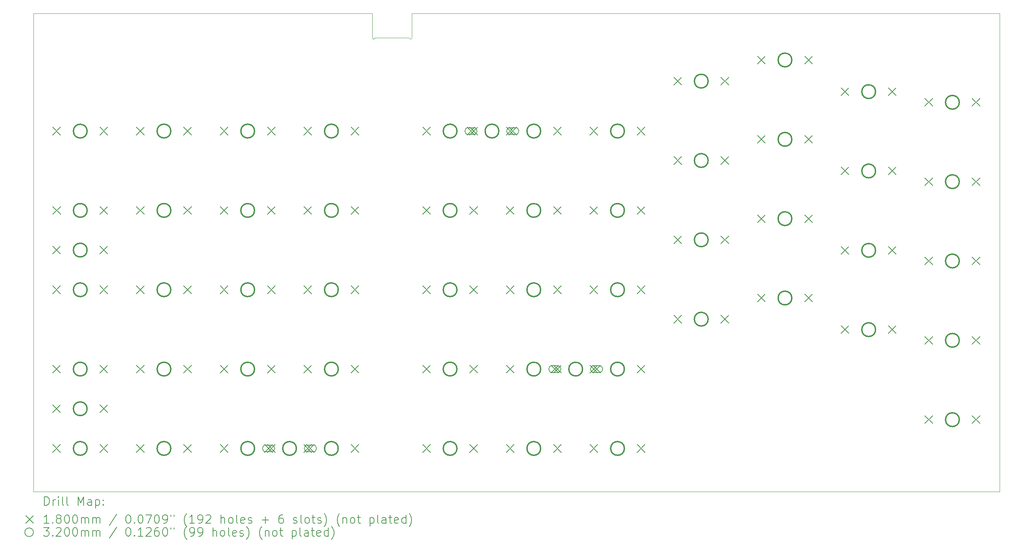
<source format=gbr>
%FSLAX45Y45*%
G04 Gerber Fmt 4.5, Leading zero omitted, Abs format (unit mm)*
G04 Created by KiCad (PCBNEW (6.0.1)) date 2022-05-08 14:53:27*
%MOMM*%
%LPD*%
G01*
G04 APERTURE LIST*
%TA.AperFunction,Profile*%
%ADD10C,0.100000*%
%TD*%
%ADD11C,0.200000*%
%ADD12C,0.180000*%
%ADD13C,0.320000*%
G04 APERTURE END LIST*
D10*
X32500000Y-20660000D02*
X32500000Y-9510000D01*
X17955000Y-10078250D02*
X18745000Y-10078250D01*
X18753000Y-10086250D02*
G75*
G03*
X18812000Y-10078250I29005J7648D01*
G01*
X17888000Y-9508250D02*
X10000000Y-9510000D01*
X10000000Y-9510000D02*
X10000000Y-20660000D01*
X18753000Y-10086250D02*
G75*
G03*
X18745000Y-10078250I-7904J96D01*
G01*
X17955000Y-10078250D02*
G75*
G03*
X17947000Y-10086250I113J-8113D01*
G01*
X17888000Y-9508250D02*
X17888000Y-10078250D01*
X18812000Y-9508250D02*
X18812000Y-10078250D01*
X10000000Y-20660000D02*
X32500000Y-20660000D01*
X17888000Y-10078250D02*
G75*
G03*
X17947000Y-10086250I29699J-2532D01*
G01*
X32500000Y-9510000D02*
X18812000Y-9508250D01*
D11*
D12*
X10445884Y-12161000D02*
X10625884Y-12341000D01*
X10625884Y-12161000D02*
X10445884Y-12341000D01*
X10445884Y-12161000D02*
X10625884Y-12341000D01*
X10625884Y-12161000D02*
X10445884Y-12341000D01*
X10445884Y-14935000D02*
X10625884Y-15115000D01*
X10625884Y-14935000D02*
X10445884Y-15115000D01*
X10445884Y-15860000D02*
X10625884Y-16040000D01*
X10625884Y-15860000D02*
X10445884Y-16040000D01*
X10445884Y-17710000D02*
X10625884Y-17890000D01*
X10625884Y-17710000D02*
X10445884Y-17890000D01*
X10445884Y-18635000D02*
X10625884Y-18815000D01*
X10625884Y-18635000D02*
X10445884Y-18815000D01*
X10445884Y-19560000D02*
X10625884Y-19740000D01*
X10625884Y-19560000D02*
X10445884Y-19740000D01*
X10446884Y-14010000D02*
X10626884Y-14190000D01*
X10626884Y-14010000D02*
X10446884Y-14190000D01*
X11545884Y-12161000D02*
X11725884Y-12341000D01*
X11725884Y-12161000D02*
X11545884Y-12341000D01*
X11545884Y-12161000D02*
X11725884Y-12341000D01*
X11725884Y-12161000D02*
X11545884Y-12341000D01*
X11545884Y-14935000D02*
X11725884Y-15115000D01*
X11725884Y-14935000D02*
X11545884Y-15115000D01*
X11545884Y-15860000D02*
X11725884Y-16040000D01*
X11725884Y-15860000D02*
X11545884Y-16040000D01*
X11545884Y-17710000D02*
X11725884Y-17890000D01*
X11725884Y-17710000D02*
X11545884Y-17890000D01*
X11545884Y-18635000D02*
X11725884Y-18815000D01*
X11725884Y-18635000D02*
X11545884Y-18815000D01*
X11545884Y-19560000D02*
X11725884Y-19740000D01*
X11725884Y-19560000D02*
X11545884Y-19740000D01*
X11546884Y-14010000D02*
X11726884Y-14190000D01*
X11726884Y-14010000D02*
X11546884Y-14190000D01*
X12395884Y-12160000D02*
X12575884Y-12340000D01*
X12575884Y-12160000D02*
X12395884Y-12340000D01*
X12395884Y-12160000D02*
X12575884Y-12340000D01*
X12575884Y-12160000D02*
X12395884Y-12340000D01*
X12395884Y-14010000D02*
X12575884Y-14190000D01*
X12575884Y-14010000D02*
X12395884Y-14190000D01*
X12395884Y-14010000D02*
X12575884Y-14190000D01*
X12575884Y-14010000D02*
X12395884Y-14190000D01*
X12395884Y-15860000D02*
X12575884Y-16040000D01*
X12575884Y-15860000D02*
X12395884Y-16040000D01*
X12395884Y-15860000D02*
X12575884Y-16040000D01*
X12575884Y-15860000D02*
X12395884Y-16040000D01*
X12395884Y-17710000D02*
X12575884Y-17890000D01*
X12575884Y-17710000D02*
X12395884Y-17890000D01*
X12395884Y-17710000D02*
X12575884Y-17890000D01*
X12575884Y-17710000D02*
X12395884Y-17890000D01*
X12395884Y-19560000D02*
X12575884Y-19740000D01*
X12575884Y-19560000D02*
X12395884Y-19740000D01*
X12395884Y-19560000D02*
X12575884Y-19740000D01*
X12575884Y-19560000D02*
X12395884Y-19740000D01*
X13495884Y-12160000D02*
X13675884Y-12340000D01*
X13675884Y-12160000D02*
X13495884Y-12340000D01*
X13495884Y-12160000D02*
X13675884Y-12340000D01*
X13675884Y-12160000D02*
X13495884Y-12340000D01*
X13495884Y-14010000D02*
X13675884Y-14190000D01*
X13675884Y-14010000D02*
X13495884Y-14190000D01*
X13495884Y-14010000D02*
X13675884Y-14190000D01*
X13675884Y-14010000D02*
X13495884Y-14190000D01*
X13495884Y-15860000D02*
X13675884Y-16040000D01*
X13675884Y-15860000D02*
X13495884Y-16040000D01*
X13495884Y-15860000D02*
X13675884Y-16040000D01*
X13675884Y-15860000D02*
X13495884Y-16040000D01*
X13495884Y-17710000D02*
X13675884Y-17890000D01*
X13675884Y-17710000D02*
X13495884Y-17890000D01*
X13495884Y-17710000D02*
X13675884Y-17890000D01*
X13675884Y-17710000D02*
X13495884Y-17890000D01*
X13495884Y-19560000D02*
X13675884Y-19740000D01*
X13675884Y-19560000D02*
X13495884Y-19740000D01*
X13495884Y-19560000D02*
X13675884Y-19740000D01*
X13675884Y-19560000D02*
X13495884Y-19740000D01*
X14345884Y-12160000D02*
X14525884Y-12340000D01*
X14525884Y-12160000D02*
X14345884Y-12340000D01*
X14345884Y-12160000D02*
X14525884Y-12340000D01*
X14525884Y-12160000D02*
X14345884Y-12340000D01*
X14345884Y-14010000D02*
X14525884Y-14190000D01*
X14525884Y-14010000D02*
X14345884Y-14190000D01*
X14345884Y-14010000D02*
X14525884Y-14190000D01*
X14525884Y-14010000D02*
X14345884Y-14190000D01*
X14345884Y-15860000D02*
X14525884Y-16040000D01*
X14525884Y-15860000D02*
X14345884Y-16040000D01*
X14345884Y-15860000D02*
X14525884Y-16040000D01*
X14525884Y-15860000D02*
X14345884Y-16040000D01*
X14345884Y-17710000D02*
X14525884Y-17890000D01*
X14525884Y-17710000D02*
X14345884Y-17890000D01*
X14345884Y-17710000D02*
X14525884Y-17890000D01*
X14525884Y-17710000D02*
X14345884Y-17890000D01*
X14345884Y-19560000D02*
X14525884Y-19740000D01*
X14525884Y-19560000D02*
X14345884Y-19740000D01*
X15383384Y-19560000D02*
X15563384Y-19740000D01*
X15563384Y-19560000D02*
X15383384Y-19740000D01*
D11*
X15410884Y-19730000D02*
X15535884Y-19730000D01*
X15410884Y-19570000D02*
X15535884Y-19570000D01*
X15535884Y-19730000D02*
G75*
G03*
X15535884Y-19570000I0J80000D01*
G01*
X15410884Y-19570000D02*
G75*
G03*
X15410884Y-19730000I0J-80000D01*
G01*
D12*
X15445884Y-12160000D02*
X15625884Y-12340000D01*
X15625884Y-12160000D02*
X15445884Y-12340000D01*
X15445884Y-12160000D02*
X15625884Y-12340000D01*
X15625884Y-12160000D02*
X15445884Y-12340000D01*
X15445884Y-14010000D02*
X15625884Y-14190000D01*
X15625884Y-14010000D02*
X15445884Y-14190000D01*
X15445884Y-14010000D02*
X15625884Y-14190000D01*
X15625884Y-14010000D02*
X15445884Y-14190000D01*
X15445884Y-15860000D02*
X15625884Y-16040000D01*
X15625884Y-15860000D02*
X15445884Y-16040000D01*
X15445884Y-15860000D02*
X15625884Y-16040000D01*
X15625884Y-15860000D02*
X15445884Y-16040000D01*
X15445884Y-17710000D02*
X15625884Y-17890000D01*
X15625884Y-17710000D02*
X15445884Y-17890000D01*
X15445884Y-17710000D02*
X15625884Y-17890000D01*
X15625884Y-17710000D02*
X15445884Y-17890000D01*
X15445884Y-19560000D02*
X15625884Y-19740000D01*
X15625884Y-19560000D02*
X15445884Y-19740000D01*
X16295884Y-12160000D02*
X16475884Y-12340000D01*
X16475884Y-12160000D02*
X16295884Y-12340000D01*
X16295884Y-12160000D02*
X16475884Y-12340000D01*
X16475884Y-12160000D02*
X16295884Y-12340000D01*
X16295884Y-14010000D02*
X16475884Y-14190000D01*
X16475884Y-14010000D02*
X16295884Y-14190000D01*
X16295884Y-14010000D02*
X16475884Y-14190000D01*
X16475884Y-14010000D02*
X16295884Y-14190000D01*
X16295884Y-15860000D02*
X16475884Y-16040000D01*
X16475884Y-15860000D02*
X16295884Y-16040000D01*
X16295884Y-15860000D02*
X16475884Y-16040000D01*
X16475884Y-15860000D02*
X16295884Y-16040000D01*
X16295884Y-17710000D02*
X16475884Y-17890000D01*
X16475884Y-17710000D02*
X16295884Y-17890000D01*
X16295884Y-17710000D02*
X16475884Y-17890000D01*
X16475884Y-17710000D02*
X16295884Y-17890000D01*
X16295884Y-19560000D02*
X16475884Y-19740000D01*
X16475884Y-19560000D02*
X16295884Y-19740000D01*
X16355884Y-19560000D02*
X16535884Y-19740000D01*
X16535884Y-19560000D02*
X16355884Y-19740000D01*
D11*
X16383384Y-19730000D02*
X16508384Y-19730000D01*
X16383384Y-19570000D02*
X16508384Y-19570000D01*
X16508384Y-19730000D02*
G75*
G03*
X16508384Y-19570000I0J80000D01*
G01*
X16383384Y-19570000D02*
G75*
G03*
X16383384Y-19730000I0J-80000D01*
G01*
D12*
X17395884Y-12160000D02*
X17575884Y-12340000D01*
X17575884Y-12160000D02*
X17395884Y-12340000D01*
X17395884Y-12160000D02*
X17575884Y-12340000D01*
X17575884Y-12160000D02*
X17395884Y-12340000D01*
X17395884Y-14010000D02*
X17575884Y-14190000D01*
X17575884Y-14010000D02*
X17395884Y-14190000D01*
X17395884Y-14010000D02*
X17575884Y-14190000D01*
X17575884Y-14010000D02*
X17395884Y-14190000D01*
X17395884Y-15860000D02*
X17575884Y-16040000D01*
X17575884Y-15860000D02*
X17395884Y-16040000D01*
X17395884Y-15860000D02*
X17575884Y-16040000D01*
X17575884Y-15860000D02*
X17395884Y-16040000D01*
X17395884Y-17710000D02*
X17575884Y-17890000D01*
X17575884Y-17710000D02*
X17395884Y-17890000D01*
X17395884Y-17710000D02*
X17575884Y-17890000D01*
X17575884Y-17710000D02*
X17395884Y-17890000D01*
X17395884Y-19560000D02*
X17575884Y-19740000D01*
X17575884Y-19560000D02*
X17395884Y-19740000D01*
X19060000Y-12160000D02*
X19240000Y-12340000D01*
X19240000Y-12160000D02*
X19060000Y-12340000D01*
X19060000Y-14010000D02*
X19240000Y-14190000D01*
X19240000Y-14010000D02*
X19060000Y-14190000D01*
X19060000Y-14010000D02*
X19240000Y-14190000D01*
X19240000Y-14010000D02*
X19060000Y-14190000D01*
X19060000Y-15860000D02*
X19240000Y-16040000D01*
X19240000Y-15860000D02*
X19060000Y-16040000D01*
X19060000Y-15860000D02*
X19240000Y-16040000D01*
X19240000Y-15860000D02*
X19060000Y-16040000D01*
X19060000Y-17710000D02*
X19240000Y-17890000D01*
X19240000Y-17710000D02*
X19060000Y-17890000D01*
X19060000Y-17710000D02*
X19240000Y-17890000D01*
X19240000Y-17710000D02*
X19060000Y-17890000D01*
X19060000Y-19560000D02*
X19240000Y-19740000D01*
X19240000Y-19560000D02*
X19060000Y-19740000D01*
X19060000Y-19560000D02*
X19240000Y-19740000D01*
X19240000Y-19560000D02*
X19060000Y-19740000D01*
X20097500Y-12160000D02*
X20277500Y-12340000D01*
X20277500Y-12160000D02*
X20097500Y-12340000D01*
D11*
X20125000Y-12330000D02*
X20250000Y-12330000D01*
X20125000Y-12170000D02*
X20250000Y-12170000D01*
X20250000Y-12330000D02*
G75*
G03*
X20250000Y-12170000I0J80000D01*
G01*
X20125000Y-12170000D02*
G75*
G03*
X20125000Y-12330000I0J-80000D01*
G01*
D12*
X20160000Y-12160000D02*
X20340000Y-12340000D01*
X20340000Y-12160000D02*
X20160000Y-12340000D01*
X20160000Y-14010000D02*
X20340000Y-14190000D01*
X20340000Y-14010000D02*
X20160000Y-14190000D01*
X20160000Y-14010000D02*
X20340000Y-14190000D01*
X20340000Y-14010000D02*
X20160000Y-14190000D01*
X20160000Y-15860000D02*
X20340000Y-16040000D01*
X20340000Y-15860000D02*
X20160000Y-16040000D01*
X20160000Y-15860000D02*
X20340000Y-16040000D01*
X20340000Y-15860000D02*
X20160000Y-16040000D01*
X20160000Y-17710000D02*
X20340000Y-17890000D01*
X20340000Y-17710000D02*
X20160000Y-17890000D01*
X20160000Y-17710000D02*
X20340000Y-17890000D01*
X20340000Y-17710000D02*
X20160000Y-17890000D01*
X20160000Y-19560000D02*
X20340000Y-19740000D01*
X20340000Y-19560000D02*
X20160000Y-19740000D01*
X20160000Y-19560000D02*
X20340000Y-19740000D01*
X20340000Y-19560000D02*
X20160000Y-19740000D01*
X21010000Y-12160000D02*
X21190000Y-12340000D01*
X21190000Y-12160000D02*
X21010000Y-12340000D01*
X21010000Y-14010000D02*
X21190000Y-14190000D01*
X21190000Y-14010000D02*
X21010000Y-14190000D01*
X21010000Y-14010000D02*
X21190000Y-14190000D01*
X21190000Y-14010000D02*
X21010000Y-14190000D01*
X21010000Y-15860000D02*
X21190000Y-16040000D01*
X21190000Y-15860000D02*
X21010000Y-16040000D01*
X21010000Y-15860000D02*
X21190000Y-16040000D01*
X21190000Y-15860000D02*
X21010000Y-16040000D01*
X21010000Y-17710000D02*
X21190000Y-17890000D01*
X21190000Y-17710000D02*
X21010000Y-17890000D01*
X21010000Y-19560000D02*
X21190000Y-19740000D01*
X21190000Y-19560000D02*
X21010000Y-19740000D01*
X21010000Y-19560000D02*
X21190000Y-19740000D01*
X21190000Y-19560000D02*
X21010000Y-19740000D01*
X21070000Y-12160000D02*
X21250000Y-12340000D01*
X21250000Y-12160000D02*
X21070000Y-12340000D01*
D11*
X21097500Y-12330000D02*
X21222500Y-12330000D01*
X21097500Y-12170000D02*
X21222500Y-12170000D01*
X21222500Y-12330000D02*
G75*
G03*
X21222500Y-12170000I0J80000D01*
G01*
X21097500Y-12170000D02*
G75*
G03*
X21097500Y-12330000I0J-80000D01*
G01*
D12*
X22050000Y-17710000D02*
X22230000Y-17890000D01*
X22230000Y-17710000D02*
X22050000Y-17890000D01*
D11*
X22202500Y-17720000D02*
X22077500Y-17720000D01*
X22202500Y-17880000D02*
X22077500Y-17880000D01*
X22077500Y-17720000D02*
G75*
G03*
X22077500Y-17880000I0J-80000D01*
G01*
X22202500Y-17880000D02*
G75*
G03*
X22202500Y-17720000I0J80000D01*
G01*
D12*
X22110000Y-12160000D02*
X22290000Y-12340000D01*
X22290000Y-12160000D02*
X22110000Y-12340000D01*
X22110000Y-14010000D02*
X22290000Y-14190000D01*
X22290000Y-14010000D02*
X22110000Y-14190000D01*
X22110000Y-14010000D02*
X22290000Y-14190000D01*
X22290000Y-14010000D02*
X22110000Y-14190000D01*
X22110000Y-15860000D02*
X22290000Y-16040000D01*
X22290000Y-15860000D02*
X22110000Y-16040000D01*
X22110000Y-15860000D02*
X22290000Y-16040000D01*
X22290000Y-15860000D02*
X22110000Y-16040000D01*
X22110000Y-17710000D02*
X22290000Y-17890000D01*
X22290000Y-17710000D02*
X22110000Y-17890000D01*
X22110000Y-19560000D02*
X22290000Y-19740000D01*
X22290000Y-19560000D02*
X22110000Y-19740000D01*
X22110000Y-19560000D02*
X22290000Y-19740000D01*
X22290000Y-19560000D02*
X22110000Y-19740000D01*
X22960000Y-12160000D02*
X23140000Y-12340000D01*
X23140000Y-12160000D02*
X22960000Y-12340000D01*
X22960000Y-12160000D02*
X23140000Y-12340000D01*
X23140000Y-12160000D02*
X22960000Y-12340000D01*
X22960000Y-14010000D02*
X23140000Y-14190000D01*
X23140000Y-14010000D02*
X22960000Y-14190000D01*
X22960000Y-14010000D02*
X23140000Y-14190000D01*
X23140000Y-14010000D02*
X22960000Y-14190000D01*
X22960000Y-15860000D02*
X23140000Y-16040000D01*
X23140000Y-15860000D02*
X22960000Y-16040000D01*
X22960000Y-15860000D02*
X23140000Y-16040000D01*
X23140000Y-15860000D02*
X22960000Y-16040000D01*
X22960000Y-17710000D02*
X23140000Y-17890000D01*
X23140000Y-17710000D02*
X22960000Y-17890000D01*
X22960000Y-19560000D02*
X23140000Y-19740000D01*
X23140000Y-19560000D02*
X22960000Y-19740000D01*
X22960000Y-19560000D02*
X23140000Y-19740000D01*
X23140000Y-19560000D02*
X22960000Y-19740000D01*
X23022500Y-17710000D02*
X23202500Y-17890000D01*
X23202500Y-17710000D02*
X23022500Y-17890000D01*
D11*
X23175000Y-17720000D02*
X23050000Y-17720000D01*
X23175000Y-17880000D02*
X23050000Y-17880000D01*
X23050000Y-17720000D02*
G75*
G03*
X23050000Y-17880000I0J-80000D01*
G01*
X23175000Y-17880000D02*
G75*
G03*
X23175000Y-17720000I0J80000D01*
G01*
D12*
X24060000Y-12160000D02*
X24240000Y-12340000D01*
X24240000Y-12160000D02*
X24060000Y-12340000D01*
X24060000Y-12160000D02*
X24240000Y-12340000D01*
X24240000Y-12160000D02*
X24060000Y-12340000D01*
X24060000Y-14010000D02*
X24240000Y-14190000D01*
X24240000Y-14010000D02*
X24060000Y-14190000D01*
X24060000Y-14010000D02*
X24240000Y-14190000D01*
X24240000Y-14010000D02*
X24060000Y-14190000D01*
X24060000Y-15860000D02*
X24240000Y-16040000D01*
X24240000Y-15860000D02*
X24060000Y-16040000D01*
X24060000Y-15860000D02*
X24240000Y-16040000D01*
X24240000Y-15860000D02*
X24060000Y-16040000D01*
X24060000Y-17710000D02*
X24240000Y-17890000D01*
X24240000Y-17710000D02*
X24060000Y-17890000D01*
X24060000Y-19560000D02*
X24240000Y-19740000D01*
X24240000Y-19560000D02*
X24060000Y-19740000D01*
X24060000Y-19560000D02*
X24240000Y-19740000D01*
X24240000Y-19560000D02*
X24060000Y-19740000D01*
X24910000Y-10995861D02*
X25090000Y-11175861D01*
X25090000Y-10995861D02*
X24910000Y-11175861D01*
X24910000Y-10995861D02*
X25090000Y-11175861D01*
X25090000Y-10995861D02*
X24910000Y-11175861D01*
X24910000Y-12845861D02*
X25090000Y-13025861D01*
X25090000Y-12845861D02*
X24910000Y-13025861D01*
X24910000Y-12845861D02*
X25090000Y-13025861D01*
X25090000Y-12845861D02*
X24910000Y-13025861D01*
X24910000Y-14695861D02*
X25090000Y-14875861D01*
X25090000Y-14695861D02*
X24910000Y-14875861D01*
X24910000Y-14695861D02*
X25090000Y-14875861D01*
X25090000Y-14695861D02*
X24910000Y-14875861D01*
X24910000Y-16545861D02*
X25090000Y-16725861D01*
X25090000Y-16545861D02*
X24910000Y-16725861D01*
X24910000Y-16545861D02*
X25090000Y-16725861D01*
X25090000Y-16545861D02*
X24910000Y-16725861D01*
X26010000Y-10995861D02*
X26190000Y-11175861D01*
X26190000Y-10995861D02*
X26010000Y-11175861D01*
X26010000Y-10995861D02*
X26190000Y-11175861D01*
X26190000Y-10995861D02*
X26010000Y-11175861D01*
X26010000Y-12845861D02*
X26190000Y-13025861D01*
X26190000Y-12845861D02*
X26010000Y-13025861D01*
X26010000Y-12845861D02*
X26190000Y-13025861D01*
X26190000Y-12845861D02*
X26010000Y-13025861D01*
X26010000Y-14695861D02*
X26190000Y-14875861D01*
X26190000Y-14695861D02*
X26010000Y-14875861D01*
X26010000Y-14695861D02*
X26190000Y-14875861D01*
X26190000Y-14695861D02*
X26010000Y-14875861D01*
X26010000Y-16545861D02*
X26190000Y-16725861D01*
X26190000Y-16545861D02*
X26010000Y-16725861D01*
X26010000Y-16545861D02*
X26190000Y-16725861D01*
X26190000Y-16545861D02*
X26010000Y-16725861D01*
X26860000Y-10502638D02*
X27040000Y-10682638D01*
X27040000Y-10502638D02*
X26860000Y-10682638D01*
X26860000Y-10502638D02*
X27040000Y-10682638D01*
X27040000Y-10502638D02*
X26860000Y-10682638D01*
X26860000Y-12352638D02*
X27040000Y-12532638D01*
X27040000Y-12352638D02*
X26860000Y-12532638D01*
X26860000Y-12352638D02*
X27040000Y-12532638D01*
X27040000Y-12352638D02*
X26860000Y-12532638D01*
X26860000Y-14202638D02*
X27040000Y-14382638D01*
X27040000Y-14202638D02*
X26860000Y-14382638D01*
X26860000Y-14202638D02*
X27040000Y-14382638D01*
X27040000Y-14202638D02*
X26860000Y-14382638D01*
X26860000Y-16052638D02*
X27040000Y-16232638D01*
X27040000Y-16052638D02*
X26860000Y-16232638D01*
X26860000Y-16052638D02*
X27040000Y-16232638D01*
X27040000Y-16052638D02*
X26860000Y-16232638D01*
X27960000Y-10502638D02*
X28140000Y-10682638D01*
X28140000Y-10502638D02*
X27960000Y-10682638D01*
X27960000Y-10502638D02*
X28140000Y-10682638D01*
X28140000Y-10502638D02*
X27960000Y-10682638D01*
X27960000Y-12352638D02*
X28140000Y-12532638D01*
X28140000Y-12352638D02*
X27960000Y-12532638D01*
X27960000Y-12352638D02*
X28140000Y-12532638D01*
X28140000Y-12352638D02*
X27960000Y-12532638D01*
X27960000Y-14202638D02*
X28140000Y-14382638D01*
X28140000Y-14202638D02*
X27960000Y-14382638D01*
X27960000Y-14202638D02*
X28140000Y-14382638D01*
X28140000Y-14202638D02*
X27960000Y-14382638D01*
X27960000Y-16052638D02*
X28140000Y-16232638D01*
X28140000Y-16052638D02*
X27960000Y-16232638D01*
X27960000Y-16052638D02*
X28140000Y-16232638D01*
X28140000Y-16052638D02*
X27960000Y-16232638D01*
X28810000Y-11240406D02*
X28990000Y-11420406D01*
X28990000Y-11240406D02*
X28810000Y-11420406D01*
X28810000Y-11240406D02*
X28990000Y-11420406D01*
X28990000Y-11240406D02*
X28810000Y-11420406D01*
X28810000Y-13090406D02*
X28990000Y-13270406D01*
X28990000Y-13090406D02*
X28810000Y-13270406D01*
X28810000Y-13090406D02*
X28990000Y-13270406D01*
X28990000Y-13090406D02*
X28810000Y-13270406D01*
X28810000Y-14940406D02*
X28990000Y-15120406D01*
X28990000Y-14940406D02*
X28810000Y-15120406D01*
X28810000Y-14940406D02*
X28990000Y-15120406D01*
X28990000Y-14940406D02*
X28810000Y-15120406D01*
X28810000Y-16790406D02*
X28990000Y-16970406D01*
X28990000Y-16790406D02*
X28810000Y-16970406D01*
X28810000Y-16790406D02*
X28990000Y-16970406D01*
X28990000Y-16790406D02*
X28810000Y-16970406D01*
X29910000Y-11240406D02*
X30090000Y-11420406D01*
X30090000Y-11240406D02*
X29910000Y-11420406D01*
X29910000Y-11240406D02*
X30090000Y-11420406D01*
X30090000Y-11240406D02*
X29910000Y-11420406D01*
X29910000Y-13090406D02*
X30090000Y-13270406D01*
X30090000Y-13090406D02*
X29910000Y-13270406D01*
X29910000Y-13090406D02*
X30090000Y-13270406D01*
X30090000Y-13090406D02*
X29910000Y-13270406D01*
X29910000Y-14940406D02*
X30090000Y-15120406D01*
X30090000Y-14940406D02*
X29910000Y-15120406D01*
X29910000Y-14940406D02*
X30090000Y-15120406D01*
X30090000Y-14940406D02*
X29910000Y-15120406D01*
X29910000Y-16790406D02*
X30090000Y-16970406D01*
X30090000Y-16790406D02*
X29910000Y-16970406D01*
X29910000Y-16790406D02*
X30090000Y-16970406D01*
X30090000Y-16790406D02*
X29910000Y-16970406D01*
X30760000Y-11489142D02*
X30940000Y-11669142D01*
X30940000Y-11489142D02*
X30760000Y-11669142D01*
X30760000Y-11489142D02*
X30940000Y-11669142D01*
X30940000Y-11489142D02*
X30760000Y-11669142D01*
X30760000Y-13339142D02*
X30940000Y-13519142D01*
X30940000Y-13339142D02*
X30760000Y-13519142D01*
X30760000Y-13339142D02*
X30940000Y-13519142D01*
X30940000Y-13339142D02*
X30760000Y-13519142D01*
X30760000Y-15189142D02*
X30940000Y-15369142D01*
X30940000Y-15189142D02*
X30760000Y-15369142D01*
X30760000Y-15189142D02*
X30940000Y-15369142D01*
X30940000Y-15189142D02*
X30760000Y-15369142D01*
X30760000Y-17039142D02*
X30940000Y-17219142D01*
X30940000Y-17039142D02*
X30760000Y-17219142D01*
X30760000Y-17039142D02*
X30940000Y-17219142D01*
X30940000Y-17039142D02*
X30760000Y-17219142D01*
X30760000Y-18889142D02*
X30940000Y-19069142D01*
X30940000Y-18889142D02*
X30760000Y-19069142D01*
X30760000Y-18889142D02*
X30940000Y-19069142D01*
X30940000Y-18889142D02*
X30760000Y-19069142D01*
X31860000Y-11489142D02*
X32040000Y-11669142D01*
X32040000Y-11489142D02*
X31860000Y-11669142D01*
X31860000Y-11489142D02*
X32040000Y-11669142D01*
X32040000Y-11489142D02*
X31860000Y-11669142D01*
X31860000Y-13339142D02*
X32040000Y-13519142D01*
X32040000Y-13339142D02*
X31860000Y-13519142D01*
X31860000Y-13339142D02*
X32040000Y-13519142D01*
X32040000Y-13339142D02*
X31860000Y-13519142D01*
X31860000Y-15189142D02*
X32040000Y-15369142D01*
X32040000Y-15189142D02*
X31860000Y-15369142D01*
X31860000Y-15189142D02*
X32040000Y-15369142D01*
X32040000Y-15189142D02*
X31860000Y-15369142D01*
X31860000Y-17039142D02*
X32040000Y-17219142D01*
X32040000Y-17039142D02*
X31860000Y-17219142D01*
X31860000Y-17039142D02*
X32040000Y-17219142D01*
X32040000Y-17039142D02*
X31860000Y-17219142D01*
X31860000Y-18889142D02*
X32040000Y-19069142D01*
X32040000Y-18889142D02*
X31860000Y-19069142D01*
X31860000Y-18889142D02*
X32040000Y-19069142D01*
X32040000Y-18889142D02*
X31860000Y-19069142D01*
D13*
X11245884Y-12251000D02*
G75*
G03*
X11245884Y-12251000I-160000J0D01*
G01*
X11245884Y-12251000D02*
G75*
G03*
X11245884Y-12251000I-160000J0D01*
G01*
X11245884Y-15025000D02*
G75*
G03*
X11245884Y-15025000I-160000J0D01*
G01*
X11245884Y-15950000D02*
G75*
G03*
X11245884Y-15950000I-160000J0D01*
G01*
X11245884Y-17800000D02*
G75*
G03*
X11245884Y-17800000I-160000J0D01*
G01*
X11245884Y-18725000D02*
G75*
G03*
X11245884Y-18725000I-160000J0D01*
G01*
X11245884Y-19650000D02*
G75*
G03*
X11245884Y-19650000I-160000J0D01*
G01*
X11246884Y-14100000D02*
G75*
G03*
X11246884Y-14100000I-160000J0D01*
G01*
X13195884Y-12250000D02*
G75*
G03*
X13195884Y-12250000I-160000J0D01*
G01*
X13195884Y-12250000D02*
G75*
G03*
X13195884Y-12250000I-160000J0D01*
G01*
X13195884Y-14100000D02*
G75*
G03*
X13195884Y-14100000I-160000J0D01*
G01*
X13195884Y-14100000D02*
G75*
G03*
X13195884Y-14100000I-160000J0D01*
G01*
X13195884Y-15950000D02*
G75*
G03*
X13195884Y-15950000I-160000J0D01*
G01*
X13195884Y-15950000D02*
G75*
G03*
X13195884Y-15950000I-160000J0D01*
G01*
X13195884Y-17800000D02*
G75*
G03*
X13195884Y-17800000I-160000J0D01*
G01*
X13195884Y-17800000D02*
G75*
G03*
X13195884Y-17800000I-160000J0D01*
G01*
X13195884Y-19650000D02*
G75*
G03*
X13195884Y-19650000I-160000J0D01*
G01*
X13195884Y-19650000D02*
G75*
G03*
X13195884Y-19650000I-160000J0D01*
G01*
X15145884Y-12250000D02*
G75*
G03*
X15145884Y-12250000I-160000J0D01*
G01*
X15145884Y-12250000D02*
G75*
G03*
X15145884Y-12250000I-160000J0D01*
G01*
X15145884Y-14100000D02*
G75*
G03*
X15145884Y-14100000I-160000J0D01*
G01*
X15145884Y-14100000D02*
G75*
G03*
X15145884Y-14100000I-160000J0D01*
G01*
X15145884Y-15950000D02*
G75*
G03*
X15145884Y-15950000I-160000J0D01*
G01*
X15145884Y-15950000D02*
G75*
G03*
X15145884Y-15950000I-160000J0D01*
G01*
X15145884Y-17800000D02*
G75*
G03*
X15145884Y-17800000I-160000J0D01*
G01*
X15145884Y-17800000D02*
G75*
G03*
X15145884Y-17800000I-160000J0D01*
G01*
X15145884Y-19650000D02*
G75*
G03*
X15145884Y-19650000I-160000J0D01*
G01*
X16120884Y-19650000D02*
G75*
G03*
X16120884Y-19650000I-160000J0D01*
G01*
X17095884Y-12250000D02*
G75*
G03*
X17095884Y-12250000I-160000J0D01*
G01*
X17095884Y-12250000D02*
G75*
G03*
X17095884Y-12250000I-160000J0D01*
G01*
X17095884Y-14100000D02*
G75*
G03*
X17095884Y-14100000I-160000J0D01*
G01*
X17095884Y-14100000D02*
G75*
G03*
X17095884Y-14100000I-160000J0D01*
G01*
X17095884Y-15950000D02*
G75*
G03*
X17095884Y-15950000I-160000J0D01*
G01*
X17095884Y-15950000D02*
G75*
G03*
X17095884Y-15950000I-160000J0D01*
G01*
X17095884Y-17800000D02*
G75*
G03*
X17095884Y-17800000I-160000J0D01*
G01*
X17095884Y-17800000D02*
G75*
G03*
X17095884Y-17800000I-160000J0D01*
G01*
X17095884Y-19650000D02*
G75*
G03*
X17095884Y-19650000I-160000J0D01*
G01*
X19860000Y-12250000D02*
G75*
G03*
X19860000Y-12250000I-160000J0D01*
G01*
X19860000Y-14100000D02*
G75*
G03*
X19860000Y-14100000I-160000J0D01*
G01*
X19860000Y-14100000D02*
G75*
G03*
X19860000Y-14100000I-160000J0D01*
G01*
X19860000Y-15950000D02*
G75*
G03*
X19860000Y-15950000I-160000J0D01*
G01*
X19860000Y-15950000D02*
G75*
G03*
X19860000Y-15950000I-160000J0D01*
G01*
X19860000Y-17800000D02*
G75*
G03*
X19860000Y-17800000I-160000J0D01*
G01*
X19860000Y-17800000D02*
G75*
G03*
X19860000Y-17800000I-160000J0D01*
G01*
X19860000Y-19650000D02*
G75*
G03*
X19860000Y-19650000I-160000J0D01*
G01*
X19860000Y-19650000D02*
G75*
G03*
X19860000Y-19650000I-160000J0D01*
G01*
X20835000Y-12250000D02*
G75*
G03*
X20835000Y-12250000I-160000J0D01*
G01*
X21810000Y-12250000D02*
G75*
G03*
X21810000Y-12250000I-160000J0D01*
G01*
X21810000Y-14100000D02*
G75*
G03*
X21810000Y-14100000I-160000J0D01*
G01*
X21810000Y-14100000D02*
G75*
G03*
X21810000Y-14100000I-160000J0D01*
G01*
X21810000Y-15950000D02*
G75*
G03*
X21810000Y-15950000I-160000J0D01*
G01*
X21810000Y-15950000D02*
G75*
G03*
X21810000Y-15950000I-160000J0D01*
G01*
X21810000Y-17800000D02*
G75*
G03*
X21810000Y-17800000I-160000J0D01*
G01*
X21810000Y-19650000D02*
G75*
G03*
X21810000Y-19650000I-160000J0D01*
G01*
X21810000Y-19650000D02*
G75*
G03*
X21810000Y-19650000I-160000J0D01*
G01*
X22785000Y-17800000D02*
G75*
G03*
X22785000Y-17800000I-160000J0D01*
G01*
X23760000Y-12250000D02*
G75*
G03*
X23760000Y-12250000I-160000J0D01*
G01*
X23760000Y-12250000D02*
G75*
G03*
X23760000Y-12250000I-160000J0D01*
G01*
X23760000Y-14100000D02*
G75*
G03*
X23760000Y-14100000I-160000J0D01*
G01*
X23760000Y-14100000D02*
G75*
G03*
X23760000Y-14100000I-160000J0D01*
G01*
X23760000Y-15950000D02*
G75*
G03*
X23760000Y-15950000I-160000J0D01*
G01*
X23760000Y-15950000D02*
G75*
G03*
X23760000Y-15950000I-160000J0D01*
G01*
X23760000Y-17800000D02*
G75*
G03*
X23760000Y-17800000I-160000J0D01*
G01*
X23760000Y-19650000D02*
G75*
G03*
X23760000Y-19650000I-160000J0D01*
G01*
X23760000Y-19650000D02*
G75*
G03*
X23760000Y-19650000I-160000J0D01*
G01*
X25710000Y-11085861D02*
G75*
G03*
X25710000Y-11085861I-160000J0D01*
G01*
X25710000Y-11085861D02*
G75*
G03*
X25710000Y-11085861I-160000J0D01*
G01*
X25710000Y-12935861D02*
G75*
G03*
X25710000Y-12935861I-160000J0D01*
G01*
X25710000Y-12935861D02*
G75*
G03*
X25710000Y-12935861I-160000J0D01*
G01*
X25710000Y-14785861D02*
G75*
G03*
X25710000Y-14785861I-160000J0D01*
G01*
X25710000Y-14785861D02*
G75*
G03*
X25710000Y-14785861I-160000J0D01*
G01*
X25710000Y-16635861D02*
G75*
G03*
X25710000Y-16635861I-160000J0D01*
G01*
X25710000Y-16635861D02*
G75*
G03*
X25710000Y-16635861I-160000J0D01*
G01*
X27660000Y-10592638D02*
G75*
G03*
X27660000Y-10592638I-160000J0D01*
G01*
X27660000Y-10592638D02*
G75*
G03*
X27660000Y-10592638I-160000J0D01*
G01*
X27660000Y-12442638D02*
G75*
G03*
X27660000Y-12442638I-160000J0D01*
G01*
X27660000Y-12442638D02*
G75*
G03*
X27660000Y-12442638I-160000J0D01*
G01*
X27660000Y-14292638D02*
G75*
G03*
X27660000Y-14292638I-160000J0D01*
G01*
X27660000Y-14292638D02*
G75*
G03*
X27660000Y-14292638I-160000J0D01*
G01*
X27660000Y-16142638D02*
G75*
G03*
X27660000Y-16142638I-160000J0D01*
G01*
X27660000Y-16142638D02*
G75*
G03*
X27660000Y-16142638I-160000J0D01*
G01*
X29610000Y-11330406D02*
G75*
G03*
X29610000Y-11330406I-160000J0D01*
G01*
X29610000Y-11330406D02*
G75*
G03*
X29610000Y-11330406I-160000J0D01*
G01*
X29610000Y-13180406D02*
G75*
G03*
X29610000Y-13180406I-160000J0D01*
G01*
X29610000Y-13180406D02*
G75*
G03*
X29610000Y-13180406I-160000J0D01*
G01*
X29610000Y-15030406D02*
G75*
G03*
X29610000Y-15030406I-160000J0D01*
G01*
X29610000Y-15030406D02*
G75*
G03*
X29610000Y-15030406I-160000J0D01*
G01*
X29610000Y-16880406D02*
G75*
G03*
X29610000Y-16880406I-160000J0D01*
G01*
X29610000Y-16880406D02*
G75*
G03*
X29610000Y-16880406I-160000J0D01*
G01*
X31560000Y-11579142D02*
G75*
G03*
X31560000Y-11579142I-160000J0D01*
G01*
X31560000Y-11579142D02*
G75*
G03*
X31560000Y-11579142I-160000J0D01*
G01*
X31560000Y-13429142D02*
G75*
G03*
X31560000Y-13429142I-160000J0D01*
G01*
X31560000Y-13429142D02*
G75*
G03*
X31560000Y-13429142I-160000J0D01*
G01*
X31560000Y-15279142D02*
G75*
G03*
X31560000Y-15279142I-160000J0D01*
G01*
X31560000Y-15279142D02*
G75*
G03*
X31560000Y-15279142I-160000J0D01*
G01*
X31560000Y-17129142D02*
G75*
G03*
X31560000Y-17129142I-160000J0D01*
G01*
X31560000Y-17129142D02*
G75*
G03*
X31560000Y-17129142I-160000J0D01*
G01*
X31560000Y-18979142D02*
G75*
G03*
X31560000Y-18979142I-160000J0D01*
G01*
X31560000Y-18979142D02*
G75*
G03*
X31560000Y-18979142I-160000J0D01*
G01*
D11*
X10252619Y-20975476D02*
X10252619Y-20775476D01*
X10300238Y-20775476D01*
X10328810Y-20785000D01*
X10347857Y-20804048D01*
X10357381Y-20823095D01*
X10366905Y-20861190D01*
X10366905Y-20889762D01*
X10357381Y-20927857D01*
X10347857Y-20946905D01*
X10328810Y-20965952D01*
X10300238Y-20975476D01*
X10252619Y-20975476D01*
X10452619Y-20975476D02*
X10452619Y-20842143D01*
X10452619Y-20880238D02*
X10462143Y-20861190D01*
X10471667Y-20851667D01*
X10490714Y-20842143D01*
X10509762Y-20842143D01*
X10576429Y-20975476D02*
X10576429Y-20842143D01*
X10576429Y-20775476D02*
X10566905Y-20785000D01*
X10576429Y-20794524D01*
X10585952Y-20785000D01*
X10576429Y-20775476D01*
X10576429Y-20794524D01*
X10700238Y-20975476D02*
X10681190Y-20965952D01*
X10671667Y-20946905D01*
X10671667Y-20775476D01*
X10805000Y-20975476D02*
X10785952Y-20965952D01*
X10776429Y-20946905D01*
X10776429Y-20775476D01*
X11033571Y-20975476D02*
X11033571Y-20775476D01*
X11100238Y-20918333D01*
X11166905Y-20775476D01*
X11166905Y-20975476D01*
X11347857Y-20975476D02*
X11347857Y-20870714D01*
X11338333Y-20851667D01*
X11319286Y-20842143D01*
X11281190Y-20842143D01*
X11262143Y-20851667D01*
X11347857Y-20965952D02*
X11328809Y-20975476D01*
X11281190Y-20975476D01*
X11262143Y-20965952D01*
X11252619Y-20946905D01*
X11252619Y-20927857D01*
X11262143Y-20908810D01*
X11281190Y-20899286D01*
X11328809Y-20899286D01*
X11347857Y-20889762D01*
X11443095Y-20842143D02*
X11443095Y-21042143D01*
X11443095Y-20851667D02*
X11462143Y-20842143D01*
X11500238Y-20842143D01*
X11519286Y-20851667D01*
X11528809Y-20861190D01*
X11538333Y-20880238D01*
X11538333Y-20937381D01*
X11528809Y-20956429D01*
X11519286Y-20965952D01*
X11500238Y-20975476D01*
X11462143Y-20975476D01*
X11443095Y-20965952D01*
X11624048Y-20956429D02*
X11633571Y-20965952D01*
X11624048Y-20975476D01*
X11614524Y-20965952D01*
X11624048Y-20956429D01*
X11624048Y-20975476D01*
X11624048Y-20851667D02*
X11633571Y-20861190D01*
X11624048Y-20870714D01*
X11614524Y-20861190D01*
X11624048Y-20851667D01*
X11624048Y-20870714D01*
D12*
X9815000Y-21215000D02*
X9995000Y-21395000D01*
X9995000Y-21215000D02*
X9815000Y-21395000D01*
D11*
X10357381Y-21395476D02*
X10243095Y-21395476D01*
X10300238Y-21395476D02*
X10300238Y-21195476D01*
X10281190Y-21224048D01*
X10262143Y-21243095D01*
X10243095Y-21252619D01*
X10443095Y-21376429D02*
X10452619Y-21385952D01*
X10443095Y-21395476D01*
X10433571Y-21385952D01*
X10443095Y-21376429D01*
X10443095Y-21395476D01*
X10566905Y-21281190D02*
X10547857Y-21271667D01*
X10538333Y-21262143D01*
X10528810Y-21243095D01*
X10528810Y-21233571D01*
X10538333Y-21214524D01*
X10547857Y-21205000D01*
X10566905Y-21195476D01*
X10605000Y-21195476D01*
X10624048Y-21205000D01*
X10633571Y-21214524D01*
X10643095Y-21233571D01*
X10643095Y-21243095D01*
X10633571Y-21262143D01*
X10624048Y-21271667D01*
X10605000Y-21281190D01*
X10566905Y-21281190D01*
X10547857Y-21290714D01*
X10538333Y-21300238D01*
X10528810Y-21319286D01*
X10528810Y-21357381D01*
X10538333Y-21376429D01*
X10547857Y-21385952D01*
X10566905Y-21395476D01*
X10605000Y-21395476D01*
X10624048Y-21385952D01*
X10633571Y-21376429D01*
X10643095Y-21357381D01*
X10643095Y-21319286D01*
X10633571Y-21300238D01*
X10624048Y-21290714D01*
X10605000Y-21281190D01*
X10766905Y-21195476D02*
X10785952Y-21195476D01*
X10805000Y-21205000D01*
X10814524Y-21214524D01*
X10824048Y-21233571D01*
X10833571Y-21271667D01*
X10833571Y-21319286D01*
X10824048Y-21357381D01*
X10814524Y-21376429D01*
X10805000Y-21385952D01*
X10785952Y-21395476D01*
X10766905Y-21395476D01*
X10747857Y-21385952D01*
X10738333Y-21376429D01*
X10728810Y-21357381D01*
X10719286Y-21319286D01*
X10719286Y-21271667D01*
X10728810Y-21233571D01*
X10738333Y-21214524D01*
X10747857Y-21205000D01*
X10766905Y-21195476D01*
X10957381Y-21195476D02*
X10976429Y-21195476D01*
X10995476Y-21205000D01*
X11005000Y-21214524D01*
X11014524Y-21233571D01*
X11024048Y-21271667D01*
X11024048Y-21319286D01*
X11014524Y-21357381D01*
X11005000Y-21376429D01*
X10995476Y-21385952D01*
X10976429Y-21395476D01*
X10957381Y-21395476D01*
X10938333Y-21385952D01*
X10928810Y-21376429D01*
X10919286Y-21357381D01*
X10909762Y-21319286D01*
X10909762Y-21271667D01*
X10919286Y-21233571D01*
X10928810Y-21214524D01*
X10938333Y-21205000D01*
X10957381Y-21195476D01*
X11109762Y-21395476D02*
X11109762Y-21262143D01*
X11109762Y-21281190D02*
X11119286Y-21271667D01*
X11138333Y-21262143D01*
X11166905Y-21262143D01*
X11185952Y-21271667D01*
X11195476Y-21290714D01*
X11195476Y-21395476D01*
X11195476Y-21290714D02*
X11205000Y-21271667D01*
X11224048Y-21262143D01*
X11252619Y-21262143D01*
X11271667Y-21271667D01*
X11281190Y-21290714D01*
X11281190Y-21395476D01*
X11376428Y-21395476D02*
X11376428Y-21262143D01*
X11376428Y-21281190D02*
X11385952Y-21271667D01*
X11405000Y-21262143D01*
X11433571Y-21262143D01*
X11452619Y-21271667D01*
X11462143Y-21290714D01*
X11462143Y-21395476D01*
X11462143Y-21290714D02*
X11471667Y-21271667D01*
X11490714Y-21262143D01*
X11519286Y-21262143D01*
X11538333Y-21271667D01*
X11547857Y-21290714D01*
X11547857Y-21395476D01*
X11938333Y-21185952D02*
X11766905Y-21443095D01*
X12195476Y-21195476D02*
X12214524Y-21195476D01*
X12233571Y-21205000D01*
X12243095Y-21214524D01*
X12252619Y-21233571D01*
X12262143Y-21271667D01*
X12262143Y-21319286D01*
X12252619Y-21357381D01*
X12243095Y-21376429D01*
X12233571Y-21385952D01*
X12214524Y-21395476D01*
X12195476Y-21395476D01*
X12176428Y-21385952D01*
X12166905Y-21376429D01*
X12157381Y-21357381D01*
X12147857Y-21319286D01*
X12147857Y-21271667D01*
X12157381Y-21233571D01*
X12166905Y-21214524D01*
X12176428Y-21205000D01*
X12195476Y-21195476D01*
X12347857Y-21376429D02*
X12357381Y-21385952D01*
X12347857Y-21395476D01*
X12338333Y-21385952D01*
X12347857Y-21376429D01*
X12347857Y-21395476D01*
X12481190Y-21195476D02*
X12500238Y-21195476D01*
X12519286Y-21205000D01*
X12528809Y-21214524D01*
X12538333Y-21233571D01*
X12547857Y-21271667D01*
X12547857Y-21319286D01*
X12538333Y-21357381D01*
X12528809Y-21376429D01*
X12519286Y-21385952D01*
X12500238Y-21395476D01*
X12481190Y-21395476D01*
X12462143Y-21385952D01*
X12452619Y-21376429D01*
X12443095Y-21357381D01*
X12433571Y-21319286D01*
X12433571Y-21271667D01*
X12443095Y-21233571D01*
X12452619Y-21214524D01*
X12462143Y-21205000D01*
X12481190Y-21195476D01*
X12614524Y-21195476D02*
X12747857Y-21195476D01*
X12662143Y-21395476D01*
X12862143Y-21195476D02*
X12881190Y-21195476D01*
X12900238Y-21205000D01*
X12909762Y-21214524D01*
X12919286Y-21233571D01*
X12928809Y-21271667D01*
X12928809Y-21319286D01*
X12919286Y-21357381D01*
X12909762Y-21376429D01*
X12900238Y-21385952D01*
X12881190Y-21395476D01*
X12862143Y-21395476D01*
X12843095Y-21385952D01*
X12833571Y-21376429D01*
X12824048Y-21357381D01*
X12814524Y-21319286D01*
X12814524Y-21271667D01*
X12824048Y-21233571D01*
X12833571Y-21214524D01*
X12843095Y-21205000D01*
X12862143Y-21195476D01*
X13024048Y-21395476D02*
X13062143Y-21395476D01*
X13081190Y-21385952D01*
X13090714Y-21376429D01*
X13109762Y-21347857D01*
X13119286Y-21309762D01*
X13119286Y-21233571D01*
X13109762Y-21214524D01*
X13100238Y-21205000D01*
X13081190Y-21195476D01*
X13043095Y-21195476D01*
X13024048Y-21205000D01*
X13014524Y-21214524D01*
X13005000Y-21233571D01*
X13005000Y-21281190D01*
X13014524Y-21300238D01*
X13024048Y-21309762D01*
X13043095Y-21319286D01*
X13081190Y-21319286D01*
X13100238Y-21309762D01*
X13109762Y-21300238D01*
X13119286Y-21281190D01*
X13195476Y-21195476D02*
X13195476Y-21233571D01*
X13271667Y-21195476D02*
X13271667Y-21233571D01*
X13566905Y-21471667D02*
X13557381Y-21462143D01*
X13538333Y-21433571D01*
X13528809Y-21414524D01*
X13519286Y-21385952D01*
X13509762Y-21338333D01*
X13509762Y-21300238D01*
X13519286Y-21252619D01*
X13528809Y-21224048D01*
X13538333Y-21205000D01*
X13557381Y-21176429D01*
X13566905Y-21166905D01*
X13747857Y-21395476D02*
X13633571Y-21395476D01*
X13690714Y-21395476D02*
X13690714Y-21195476D01*
X13671667Y-21224048D01*
X13652619Y-21243095D01*
X13633571Y-21252619D01*
X13843095Y-21395476D02*
X13881190Y-21395476D01*
X13900238Y-21385952D01*
X13909762Y-21376429D01*
X13928809Y-21347857D01*
X13938333Y-21309762D01*
X13938333Y-21233571D01*
X13928809Y-21214524D01*
X13919286Y-21205000D01*
X13900238Y-21195476D01*
X13862143Y-21195476D01*
X13843095Y-21205000D01*
X13833571Y-21214524D01*
X13824048Y-21233571D01*
X13824048Y-21281190D01*
X13833571Y-21300238D01*
X13843095Y-21309762D01*
X13862143Y-21319286D01*
X13900238Y-21319286D01*
X13919286Y-21309762D01*
X13928809Y-21300238D01*
X13938333Y-21281190D01*
X14014524Y-21214524D02*
X14024048Y-21205000D01*
X14043095Y-21195476D01*
X14090714Y-21195476D01*
X14109762Y-21205000D01*
X14119286Y-21214524D01*
X14128809Y-21233571D01*
X14128809Y-21252619D01*
X14119286Y-21281190D01*
X14005000Y-21395476D01*
X14128809Y-21395476D01*
X14366905Y-21395476D02*
X14366905Y-21195476D01*
X14452619Y-21395476D02*
X14452619Y-21290714D01*
X14443095Y-21271667D01*
X14424048Y-21262143D01*
X14395476Y-21262143D01*
X14376428Y-21271667D01*
X14366905Y-21281190D01*
X14576428Y-21395476D02*
X14557381Y-21385952D01*
X14547857Y-21376429D01*
X14538333Y-21357381D01*
X14538333Y-21300238D01*
X14547857Y-21281190D01*
X14557381Y-21271667D01*
X14576428Y-21262143D01*
X14605000Y-21262143D01*
X14624048Y-21271667D01*
X14633571Y-21281190D01*
X14643095Y-21300238D01*
X14643095Y-21357381D01*
X14633571Y-21376429D01*
X14624048Y-21385952D01*
X14605000Y-21395476D01*
X14576428Y-21395476D01*
X14757381Y-21395476D02*
X14738333Y-21385952D01*
X14728809Y-21366905D01*
X14728809Y-21195476D01*
X14909762Y-21385952D02*
X14890714Y-21395476D01*
X14852619Y-21395476D01*
X14833571Y-21385952D01*
X14824048Y-21366905D01*
X14824048Y-21290714D01*
X14833571Y-21271667D01*
X14852619Y-21262143D01*
X14890714Y-21262143D01*
X14909762Y-21271667D01*
X14919286Y-21290714D01*
X14919286Y-21309762D01*
X14824048Y-21328810D01*
X14995476Y-21385952D02*
X15014524Y-21395476D01*
X15052619Y-21395476D01*
X15071667Y-21385952D01*
X15081190Y-21366905D01*
X15081190Y-21357381D01*
X15071667Y-21338333D01*
X15052619Y-21328810D01*
X15024048Y-21328810D01*
X15005000Y-21319286D01*
X14995476Y-21300238D01*
X14995476Y-21290714D01*
X15005000Y-21271667D01*
X15024048Y-21262143D01*
X15052619Y-21262143D01*
X15071667Y-21271667D01*
X15319286Y-21319286D02*
X15471667Y-21319286D01*
X15395476Y-21395476D02*
X15395476Y-21243095D01*
X15805000Y-21195476D02*
X15766905Y-21195476D01*
X15747857Y-21205000D01*
X15738333Y-21214524D01*
X15719286Y-21243095D01*
X15709762Y-21281190D01*
X15709762Y-21357381D01*
X15719286Y-21376429D01*
X15728809Y-21385952D01*
X15747857Y-21395476D01*
X15785952Y-21395476D01*
X15805000Y-21385952D01*
X15814524Y-21376429D01*
X15824048Y-21357381D01*
X15824048Y-21309762D01*
X15814524Y-21290714D01*
X15805000Y-21281190D01*
X15785952Y-21271667D01*
X15747857Y-21271667D01*
X15728809Y-21281190D01*
X15719286Y-21290714D01*
X15709762Y-21309762D01*
X16052619Y-21385952D02*
X16071667Y-21395476D01*
X16109762Y-21395476D01*
X16128809Y-21385952D01*
X16138333Y-21366905D01*
X16138333Y-21357381D01*
X16128809Y-21338333D01*
X16109762Y-21328810D01*
X16081190Y-21328810D01*
X16062143Y-21319286D01*
X16052619Y-21300238D01*
X16052619Y-21290714D01*
X16062143Y-21271667D01*
X16081190Y-21262143D01*
X16109762Y-21262143D01*
X16128809Y-21271667D01*
X16252619Y-21395476D02*
X16233571Y-21385952D01*
X16224048Y-21366905D01*
X16224048Y-21195476D01*
X16357381Y-21395476D02*
X16338333Y-21385952D01*
X16328809Y-21376429D01*
X16319286Y-21357381D01*
X16319286Y-21300238D01*
X16328809Y-21281190D01*
X16338333Y-21271667D01*
X16357381Y-21262143D01*
X16385952Y-21262143D01*
X16405000Y-21271667D01*
X16414524Y-21281190D01*
X16424048Y-21300238D01*
X16424048Y-21357381D01*
X16414524Y-21376429D01*
X16405000Y-21385952D01*
X16385952Y-21395476D01*
X16357381Y-21395476D01*
X16481190Y-21262143D02*
X16557381Y-21262143D01*
X16509762Y-21195476D02*
X16509762Y-21366905D01*
X16519286Y-21385952D01*
X16538333Y-21395476D01*
X16557381Y-21395476D01*
X16614524Y-21385952D02*
X16633571Y-21395476D01*
X16671667Y-21395476D01*
X16690714Y-21385952D01*
X16700238Y-21366905D01*
X16700238Y-21357381D01*
X16690714Y-21338333D01*
X16671667Y-21328810D01*
X16643095Y-21328810D01*
X16624048Y-21319286D01*
X16614524Y-21300238D01*
X16614524Y-21290714D01*
X16624048Y-21271667D01*
X16643095Y-21262143D01*
X16671667Y-21262143D01*
X16690714Y-21271667D01*
X16766905Y-21471667D02*
X16776428Y-21462143D01*
X16795476Y-21433571D01*
X16805000Y-21414524D01*
X16814524Y-21385952D01*
X16824048Y-21338333D01*
X16824048Y-21300238D01*
X16814524Y-21252619D01*
X16805000Y-21224048D01*
X16795476Y-21205000D01*
X16776428Y-21176429D01*
X16766905Y-21166905D01*
X17128810Y-21471667D02*
X17119286Y-21462143D01*
X17100238Y-21433571D01*
X17090714Y-21414524D01*
X17081190Y-21385952D01*
X17071667Y-21338333D01*
X17071667Y-21300238D01*
X17081190Y-21252619D01*
X17090714Y-21224048D01*
X17100238Y-21205000D01*
X17119286Y-21176429D01*
X17128810Y-21166905D01*
X17205000Y-21262143D02*
X17205000Y-21395476D01*
X17205000Y-21281190D02*
X17214524Y-21271667D01*
X17233571Y-21262143D01*
X17262143Y-21262143D01*
X17281190Y-21271667D01*
X17290714Y-21290714D01*
X17290714Y-21395476D01*
X17414524Y-21395476D02*
X17395476Y-21385952D01*
X17385952Y-21376429D01*
X17376429Y-21357381D01*
X17376429Y-21300238D01*
X17385952Y-21281190D01*
X17395476Y-21271667D01*
X17414524Y-21262143D01*
X17443095Y-21262143D01*
X17462143Y-21271667D01*
X17471667Y-21281190D01*
X17481190Y-21300238D01*
X17481190Y-21357381D01*
X17471667Y-21376429D01*
X17462143Y-21385952D01*
X17443095Y-21395476D01*
X17414524Y-21395476D01*
X17538333Y-21262143D02*
X17614524Y-21262143D01*
X17566905Y-21195476D02*
X17566905Y-21366905D01*
X17576429Y-21385952D01*
X17595476Y-21395476D01*
X17614524Y-21395476D01*
X17833571Y-21262143D02*
X17833571Y-21462143D01*
X17833571Y-21271667D02*
X17852619Y-21262143D01*
X17890714Y-21262143D01*
X17909762Y-21271667D01*
X17919286Y-21281190D01*
X17928810Y-21300238D01*
X17928810Y-21357381D01*
X17919286Y-21376429D01*
X17909762Y-21385952D01*
X17890714Y-21395476D01*
X17852619Y-21395476D01*
X17833571Y-21385952D01*
X18043095Y-21395476D02*
X18024048Y-21385952D01*
X18014524Y-21366905D01*
X18014524Y-21195476D01*
X18205000Y-21395476D02*
X18205000Y-21290714D01*
X18195476Y-21271667D01*
X18176429Y-21262143D01*
X18138333Y-21262143D01*
X18119286Y-21271667D01*
X18205000Y-21385952D02*
X18185952Y-21395476D01*
X18138333Y-21395476D01*
X18119286Y-21385952D01*
X18109762Y-21366905D01*
X18109762Y-21347857D01*
X18119286Y-21328810D01*
X18138333Y-21319286D01*
X18185952Y-21319286D01*
X18205000Y-21309762D01*
X18271667Y-21262143D02*
X18347857Y-21262143D01*
X18300238Y-21195476D02*
X18300238Y-21366905D01*
X18309762Y-21385952D01*
X18328810Y-21395476D01*
X18347857Y-21395476D01*
X18490714Y-21385952D02*
X18471667Y-21395476D01*
X18433571Y-21395476D01*
X18414524Y-21385952D01*
X18405000Y-21366905D01*
X18405000Y-21290714D01*
X18414524Y-21271667D01*
X18433571Y-21262143D01*
X18471667Y-21262143D01*
X18490714Y-21271667D01*
X18500238Y-21290714D01*
X18500238Y-21309762D01*
X18405000Y-21328810D01*
X18671667Y-21395476D02*
X18671667Y-21195476D01*
X18671667Y-21385952D02*
X18652619Y-21395476D01*
X18614524Y-21395476D01*
X18595476Y-21385952D01*
X18585952Y-21376429D01*
X18576429Y-21357381D01*
X18576429Y-21300238D01*
X18585952Y-21281190D01*
X18595476Y-21271667D01*
X18614524Y-21262143D01*
X18652619Y-21262143D01*
X18671667Y-21271667D01*
X18747857Y-21471667D02*
X18757381Y-21462143D01*
X18776429Y-21433571D01*
X18785952Y-21414524D01*
X18795476Y-21385952D01*
X18805000Y-21338333D01*
X18805000Y-21300238D01*
X18795476Y-21252619D01*
X18785952Y-21224048D01*
X18776429Y-21205000D01*
X18757381Y-21176429D01*
X18747857Y-21166905D01*
X9995000Y-21605000D02*
G75*
G03*
X9995000Y-21605000I-100000J0D01*
G01*
X10233571Y-21495476D02*
X10357381Y-21495476D01*
X10290714Y-21571667D01*
X10319286Y-21571667D01*
X10338333Y-21581190D01*
X10347857Y-21590714D01*
X10357381Y-21609762D01*
X10357381Y-21657381D01*
X10347857Y-21676429D01*
X10338333Y-21685952D01*
X10319286Y-21695476D01*
X10262143Y-21695476D01*
X10243095Y-21685952D01*
X10233571Y-21676429D01*
X10443095Y-21676429D02*
X10452619Y-21685952D01*
X10443095Y-21695476D01*
X10433571Y-21685952D01*
X10443095Y-21676429D01*
X10443095Y-21695476D01*
X10528810Y-21514524D02*
X10538333Y-21505000D01*
X10557381Y-21495476D01*
X10605000Y-21495476D01*
X10624048Y-21505000D01*
X10633571Y-21514524D01*
X10643095Y-21533571D01*
X10643095Y-21552619D01*
X10633571Y-21581190D01*
X10519286Y-21695476D01*
X10643095Y-21695476D01*
X10766905Y-21495476D02*
X10785952Y-21495476D01*
X10805000Y-21505000D01*
X10814524Y-21514524D01*
X10824048Y-21533571D01*
X10833571Y-21571667D01*
X10833571Y-21619286D01*
X10824048Y-21657381D01*
X10814524Y-21676429D01*
X10805000Y-21685952D01*
X10785952Y-21695476D01*
X10766905Y-21695476D01*
X10747857Y-21685952D01*
X10738333Y-21676429D01*
X10728810Y-21657381D01*
X10719286Y-21619286D01*
X10719286Y-21571667D01*
X10728810Y-21533571D01*
X10738333Y-21514524D01*
X10747857Y-21505000D01*
X10766905Y-21495476D01*
X10957381Y-21495476D02*
X10976429Y-21495476D01*
X10995476Y-21505000D01*
X11005000Y-21514524D01*
X11014524Y-21533571D01*
X11024048Y-21571667D01*
X11024048Y-21619286D01*
X11014524Y-21657381D01*
X11005000Y-21676429D01*
X10995476Y-21685952D01*
X10976429Y-21695476D01*
X10957381Y-21695476D01*
X10938333Y-21685952D01*
X10928810Y-21676429D01*
X10919286Y-21657381D01*
X10909762Y-21619286D01*
X10909762Y-21571667D01*
X10919286Y-21533571D01*
X10928810Y-21514524D01*
X10938333Y-21505000D01*
X10957381Y-21495476D01*
X11109762Y-21695476D02*
X11109762Y-21562143D01*
X11109762Y-21581190D02*
X11119286Y-21571667D01*
X11138333Y-21562143D01*
X11166905Y-21562143D01*
X11185952Y-21571667D01*
X11195476Y-21590714D01*
X11195476Y-21695476D01*
X11195476Y-21590714D02*
X11205000Y-21571667D01*
X11224048Y-21562143D01*
X11252619Y-21562143D01*
X11271667Y-21571667D01*
X11281190Y-21590714D01*
X11281190Y-21695476D01*
X11376428Y-21695476D02*
X11376428Y-21562143D01*
X11376428Y-21581190D02*
X11385952Y-21571667D01*
X11405000Y-21562143D01*
X11433571Y-21562143D01*
X11452619Y-21571667D01*
X11462143Y-21590714D01*
X11462143Y-21695476D01*
X11462143Y-21590714D02*
X11471667Y-21571667D01*
X11490714Y-21562143D01*
X11519286Y-21562143D01*
X11538333Y-21571667D01*
X11547857Y-21590714D01*
X11547857Y-21695476D01*
X11938333Y-21485952D02*
X11766905Y-21743095D01*
X12195476Y-21495476D02*
X12214524Y-21495476D01*
X12233571Y-21505000D01*
X12243095Y-21514524D01*
X12252619Y-21533571D01*
X12262143Y-21571667D01*
X12262143Y-21619286D01*
X12252619Y-21657381D01*
X12243095Y-21676429D01*
X12233571Y-21685952D01*
X12214524Y-21695476D01*
X12195476Y-21695476D01*
X12176428Y-21685952D01*
X12166905Y-21676429D01*
X12157381Y-21657381D01*
X12147857Y-21619286D01*
X12147857Y-21571667D01*
X12157381Y-21533571D01*
X12166905Y-21514524D01*
X12176428Y-21505000D01*
X12195476Y-21495476D01*
X12347857Y-21676429D02*
X12357381Y-21685952D01*
X12347857Y-21695476D01*
X12338333Y-21685952D01*
X12347857Y-21676429D01*
X12347857Y-21695476D01*
X12547857Y-21695476D02*
X12433571Y-21695476D01*
X12490714Y-21695476D02*
X12490714Y-21495476D01*
X12471667Y-21524048D01*
X12452619Y-21543095D01*
X12433571Y-21552619D01*
X12624048Y-21514524D02*
X12633571Y-21505000D01*
X12652619Y-21495476D01*
X12700238Y-21495476D01*
X12719286Y-21505000D01*
X12728809Y-21514524D01*
X12738333Y-21533571D01*
X12738333Y-21552619D01*
X12728809Y-21581190D01*
X12614524Y-21695476D01*
X12738333Y-21695476D01*
X12909762Y-21495476D02*
X12871667Y-21495476D01*
X12852619Y-21505000D01*
X12843095Y-21514524D01*
X12824048Y-21543095D01*
X12814524Y-21581190D01*
X12814524Y-21657381D01*
X12824048Y-21676429D01*
X12833571Y-21685952D01*
X12852619Y-21695476D01*
X12890714Y-21695476D01*
X12909762Y-21685952D01*
X12919286Y-21676429D01*
X12928809Y-21657381D01*
X12928809Y-21609762D01*
X12919286Y-21590714D01*
X12909762Y-21581190D01*
X12890714Y-21571667D01*
X12852619Y-21571667D01*
X12833571Y-21581190D01*
X12824048Y-21590714D01*
X12814524Y-21609762D01*
X13052619Y-21495476D02*
X13071667Y-21495476D01*
X13090714Y-21505000D01*
X13100238Y-21514524D01*
X13109762Y-21533571D01*
X13119286Y-21571667D01*
X13119286Y-21619286D01*
X13109762Y-21657381D01*
X13100238Y-21676429D01*
X13090714Y-21685952D01*
X13071667Y-21695476D01*
X13052619Y-21695476D01*
X13033571Y-21685952D01*
X13024048Y-21676429D01*
X13014524Y-21657381D01*
X13005000Y-21619286D01*
X13005000Y-21571667D01*
X13014524Y-21533571D01*
X13024048Y-21514524D01*
X13033571Y-21505000D01*
X13052619Y-21495476D01*
X13195476Y-21495476D02*
X13195476Y-21533571D01*
X13271667Y-21495476D02*
X13271667Y-21533571D01*
X13566905Y-21771667D02*
X13557381Y-21762143D01*
X13538333Y-21733571D01*
X13528809Y-21714524D01*
X13519286Y-21685952D01*
X13509762Y-21638333D01*
X13509762Y-21600238D01*
X13519286Y-21552619D01*
X13528809Y-21524048D01*
X13538333Y-21505000D01*
X13557381Y-21476429D01*
X13566905Y-21466905D01*
X13652619Y-21695476D02*
X13690714Y-21695476D01*
X13709762Y-21685952D01*
X13719286Y-21676429D01*
X13738333Y-21647857D01*
X13747857Y-21609762D01*
X13747857Y-21533571D01*
X13738333Y-21514524D01*
X13728809Y-21505000D01*
X13709762Y-21495476D01*
X13671667Y-21495476D01*
X13652619Y-21505000D01*
X13643095Y-21514524D01*
X13633571Y-21533571D01*
X13633571Y-21581190D01*
X13643095Y-21600238D01*
X13652619Y-21609762D01*
X13671667Y-21619286D01*
X13709762Y-21619286D01*
X13728809Y-21609762D01*
X13738333Y-21600238D01*
X13747857Y-21581190D01*
X13843095Y-21695476D02*
X13881190Y-21695476D01*
X13900238Y-21685952D01*
X13909762Y-21676429D01*
X13928809Y-21647857D01*
X13938333Y-21609762D01*
X13938333Y-21533571D01*
X13928809Y-21514524D01*
X13919286Y-21505000D01*
X13900238Y-21495476D01*
X13862143Y-21495476D01*
X13843095Y-21505000D01*
X13833571Y-21514524D01*
X13824048Y-21533571D01*
X13824048Y-21581190D01*
X13833571Y-21600238D01*
X13843095Y-21609762D01*
X13862143Y-21619286D01*
X13900238Y-21619286D01*
X13919286Y-21609762D01*
X13928809Y-21600238D01*
X13938333Y-21581190D01*
X14176428Y-21695476D02*
X14176428Y-21495476D01*
X14262143Y-21695476D02*
X14262143Y-21590714D01*
X14252619Y-21571667D01*
X14233571Y-21562143D01*
X14205000Y-21562143D01*
X14185952Y-21571667D01*
X14176428Y-21581190D01*
X14385952Y-21695476D02*
X14366905Y-21685952D01*
X14357381Y-21676429D01*
X14347857Y-21657381D01*
X14347857Y-21600238D01*
X14357381Y-21581190D01*
X14366905Y-21571667D01*
X14385952Y-21562143D01*
X14414524Y-21562143D01*
X14433571Y-21571667D01*
X14443095Y-21581190D01*
X14452619Y-21600238D01*
X14452619Y-21657381D01*
X14443095Y-21676429D01*
X14433571Y-21685952D01*
X14414524Y-21695476D01*
X14385952Y-21695476D01*
X14566905Y-21695476D02*
X14547857Y-21685952D01*
X14538333Y-21666905D01*
X14538333Y-21495476D01*
X14719286Y-21685952D02*
X14700238Y-21695476D01*
X14662143Y-21695476D01*
X14643095Y-21685952D01*
X14633571Y-21666905D01*
X14633571Y-21590714D01*
X14643095Y-21571667D01*
X14662143Y-21562143D01*
X14700238Y-21562143D01*
X14719286Y-21571667D01*
X14728809Y-21590714D01*
X14728809Y-21609762D01*
X14633571Y-21628810D01*
X14805000Y-21685952D02*
X14824048Y-21695476D01*
X14862143Y-21695476D01*
X14881190Y-21685952D01*
X14890714Y-21666905D01*
X14890714Y-21657381D01*
X14881190Y-21638333D01*
X14862143Y-21628810D01*
X14833571Y-21628810D01*
X14814524Y-21619286D01*
X14805000Y-21600238D01*
X14805000Y-21590714D01*
X14814524Y-21571667D01*
X14833571Y-21562143D01*
X14862143Y-21562143D01*
X14881190Y-21571667D01*
X14957381Y-21771667D02*
X14966905Y-21762143D01*
X14985952Y-21733571D01*
X14995476Y-21714524D01*
X15005000Y-21685952D01*
X15014524Y-21638333D01*
X15014524Y-21600238D01*
X15005000Y-21552619D01*
X14995476Y-21524048D01*
X14985952Y-21505000D01*
X14966905Y-21476429D01*
X14957381Y-21466905D01*
X15319286Y-21771667D02*
X15309762Y-21762143D01*
X15290714Y-21733571D01*
X15281190Y-21714524D01*
X15271667Y-21685952D01*
X15262143Y-21638333D01*
X15262143Y-21600238D01*
X15271667Y-21552619D01*
X15281190Y-21524048D01*
X15290714Y-21505000D01*
X15309762Y-21476429D01*
X15319286Y-21466905D01*
X15395476Y-21562143D02*
X15395476Y-21695476D01*
X15395476Y-21581190D02*
X15405000Y-21571667D01*
X15424048Y-21562143D01*
X15452619Y-21562143D01*
X15471667Y-21571667D01*
X15481190Y-21590714D01*
X15481190Y-21695476D01*
X15605000Y-21695476D02*
X15585952Y-21685952D01*
X15576428Y-21676429D01*
X15566905Y-21657381D01*
X15566905Y-21600238D01*
X15576428Y-21581190D01*
X15585952Y-21571667D01*
X15605000Y-21562143D01*
X15633571Y-21562143D01*
X15652619Y-21571667D01*
X15662143Y-21581190D01*
X15671667Y-21600238D01*
X15671667Y-21657381D01*
X15662143Y-21676429D01*
X15652619Y-21685952D01*
X15633571Y-21695476D01*
X15605000Y-21695476D01*
X15728809Y-21562143D02*
X15805000Y-21562143D01*
X15757381Y-21495476D02*
X15757381Y-21666905D01*
X15766905Y-21685952D01*
X15785952Y-21695476D01*
X15805000Y-21695476D01*
X16024048Y-21562143D02*
X16024048Y-21762143D01*
X16024048Y-21571667D02*
X16043095Y-21562143D01*
X16081190Y-21562143D01*
X16100238Y-21571667D01*
X16109762Y-21581190D01*
X16119286Y-21600238D01*
X16119286Y-21657381D01*
X16109762Y-21676429D01*
X16100238Y-21685952D01*
X16081190Y-21695476D01*
X16043095Y-21695476D01*
X16024048Y-21685952D01*
X16233571Y-21695476D02*
X16214524Y-21685952D01*
X16205000Y-21666905D01*
X16205000Y-21495476D01*
X16395476Y-21695476D02*
X16395476Y-21590714D01*
X16385952Y-21571667D01*
X16366905Y-21562143D01*
X16328809Y-21562143D01*
X16309762Y-21571667D01*
X16395476Y-21685952D02*
X16376428Y-21695476D01*
X16328809Y-21695476D01*
X16309762Y-21685952D01*
X16300238Y-21666905D01*
X16300238Y-21647857D01*
X16309762Y-21628810D01*
X16328809Y-21619286D01*
X16376428Y-21619286D01*
X16395476Y-21609762D01*
X16462143Y-21562143D02*
X16538333Y-21562143D01*
X16490714Y-21495476D02*
X16490714Y-21666905D01*
X16500238Y-21685952D01*
X16519286Y-21695476D01*
X16538333Y-21695476D01*
X16681190Y-21685952D02*
X16662143Y-21695476D01*
X16624048Y-21695476D01*
X16605000Y-21685952D01*
X16595476Y-21666905D01*
X16595476Y-21590714D01*
X16605000Y-21571667D01*
X16624048Y-21562143D01*
X16662143Y-21562143D01*
X16681190Y-21571667D01*
X16690714Y-21590714D01*
X16690714Y-21609762D01*
X16595476Y-21628810D01*
X16862143Y-21695476D02*
X16862143Y-21495476D01*
X16862143Y-21685952D02*
X16843095Y-21695476D01*
X16805000Y-21695476D01*
X16785952Y-21685952D01*
X16776428Y-21676429D01*
X16766905Y-21657381D01*
X16766905Y-21600238D01*
X16776428Y-21581190D01*
X16785952Y-21571667D01*
X16805000Y-21562143D01*
X16843095Y-21562143D01*
X16862143Y-21571667D01*
X16938333Y-21771667D02*
X16947857Y-21762143D01*
X16966905Y-21733571D01*
X16976429Y-21714524D01*
X16985952Y-21685952D01*
X16995476Y-21638333D01*
X16995476Y-21600238D01*
X16985952Y-21552619D01*
X16976429Y-21524048D01*
X16966905Y-21505000D01*
X16947857Y-21476429D01*
X16938333Y-21466905D01*
M02*

</source>
